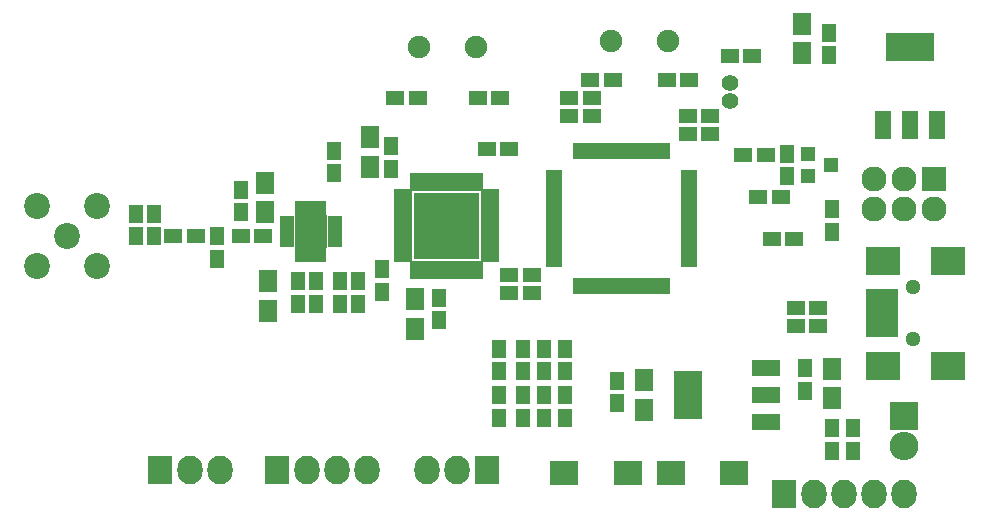
<source format=gbr>
G04 #@! TF.FileFunction,Soldermask,Top*
%FSLAX46Y46*%
G04 Gerber Fmt 4.6, Leading zero omitted, Abs format (unit mm)*
G04 Created by KiCad (PCBNEW 4.0.4-stable) date 11/24/16 17:28:53*
%MOMM*%
%LPD*%
G01*
G04 APERTURE LIST*
%ADD10C,0.150000*%
%ADD11R,1.150000X1.600000*%
%ADD12R,0.650000X1.400000*%
%ADD13R,1.400000X0.650000*%
%ADD14R,2.432000X4.057600*%
%ADD15R,2.432000X1.416000*%
%ADD16R,1.600000X1.150000*%
%ADD17R,2.701240X0.900380*%
%ADD18R,2.899360X2.398980*%
%ADD19C,1.299160*%
%ADD20R,1.200000X0.750000*%
%ADD21R,0.750000X1.200000*%
%ADD22R,1.650000X1.650000*%
%ADD23C,2.198320*%
%ADD24C,2.195780*%
%ADD25R,2.127200X2.127200*%
%ADD26O,2.127200X2.127200*%
%ADD27R,2.400000X2.000000*%
%ADD28R,4.057600X2.432000*%
%ADD29R,1.416000X2.432000*%
%ADD30C,1.400760*%
%ADD31R,1.200100X1.200100*%
%ADD32R,1.650000X1.900000*%
%ADD33R,2.432000X2.432000*%
%ADD34O,2.432000X2.432000*%
%ADD35R,2.127200X2.432000*%
%ADD36O,2.127200X2.432000*%
%ADD37C,1.901140*%
%ADD38R,1.600000X0.650000*%
%ADD39R,0.650000X1.600000*%
%ADD40R,1.687500X1.687500*%
G04 APERTURE END LIST*
D10*
D11*
X123698000Y-99182000D03*
X123698000Y-97282000D03*
D12*
X161738000Y-90058000D03*
X161238000Y-90058000D03*
X160738000Y-90058000D03*
X160238000Y-90058000D03*
X159738000Y-90058000D03*
X159238000Y-90058000D03*
X158738000Y-90058000D03*
X158238000Y-90058000D03*
X157738000Y-90058000D03*
X157238000Y-90058000D03*
X156738000Y-90058000D03*
X156238000Y-90058000D03*
X155738000Y-90058000D03*
X155238000Y-90058000D03*
X154738000Y-90058000D03*
X154238000Y-90058000D03*
D13*
X152288000Y-92008000D03*
X152288000Y-92508000D03*
X152288000Y-93008000D03*
X152288000Y-93508000D03*
X152288000Y-94008000D03*
X152288000Y-94508000D03*
X152288000Y-95008000D03*
X152288000Y-95508000D03*
X152288000Y-96008000D03*
X152288000Y-96508000D03*
X152288000Y-97008000D03*
X152288000Y-97508000D03*
X152288000Y-98008000D03*
X152288000Y-98508000D03*
X152288000Y-99008000D03*
X152288000Y-99508000D03*
D12*
X154238000Y-101458000D03*
X154738000Y-101458000D03*
X155238000Y-101458000D03*
X155738000Y-101458000D03*
X156238000Y-101458000D03*
X156738000Y-101458000D03*
X157238000Y-101458000D03*
X157738000Y-101458000D03*
X158238000Y-101458000D03*
X158738000Y-101458000D03*
X159238000Y-101458000D03*
X159738000Y-101458000D03*
X160238000Y-101458000D03*
X160738000Y-101458000D03*
X161238000Y-101458000D03*
X161738000Y-101458000D03*
D13*
X163688000Y-99508000D03*
X163688000Y-99008000D03*
X163688000Y-98508000D03*
X163688000Y-98008000D03*
X163688000Y-97508000D03*
X163688000Y-97008000D03*
X163688000Y-96508000D03*
X163688000Y-96008000D03*
X163688000Y-95508000D03*
X163688000Y-95008000D03*
X163688000Y-94508000D03*
X163688000Y-94008000D03*
X163688000Y-93508000D03*
X163688000Y-93008000D03*
X163688000Y-92508000D03*
X163688000Y-92008000D03*
D14*
X163576000Y-110744000D03*
D15*
X170180000Y-110744000D03*
X170180000Y-108458000D03*
X170180000Y-113030000D03*
D16*
X170180000Y-90424000D03*
X168280000Y-90424000D03*
D17*
X180027580Y-105399840D03*
X180027580Y-104599740D03*
X180027580Y-103799640D03*
X180027580Y-102999540D03*
X180027580Y-102199440D03*
D18*
X180126640Y-108249720D03*
X185625740Y-108249720D03*
X180126640Y-99349560D03*
X185625740Y-99349560D03*
D19*
X182626000Y-105999280D03*
X182626000Y-101600000D03*
D20*
X133689000Y-97886000D03*
X133689000Y-97236000D03*
X133689000Y-96586000D03*
X133689000Y-95936000D03*
D21*
X132664000Y-94911000D03*
X132014000Y-94911000D03*
X131364000Y-94911000D03*
X130714000Y-94911000D03*
D20*
X129689000Y-95936000D03*
X129689000Y-96586000D03*
X129689000Y-97236000D03*
X129689000Y-97886000D03*
D21*
X130714000Y-98911000D03*
X131364000Y-98911000D03*
X132014000Y-98911000D03*
X132664000Y-98911000D03*
D22*
X131064000Y-96286000D03*
X131064000Y-97536000D03*
X132314000Y-96286000D03*
X132314000Y-97536000D03*
D16*
X167132000Y-82042000D03*
X169032000Y-82042000D03*
D11*
X118364000Y-95382000D03*
X118364000Y-97282000D03*
X116840000Y-95382000D03*
X116840000Y-97282000D03*
D23*
X110998000Y-97282000D03*
D24*
X113538000Y-94742000D03*
X108458000Y-94742000D03*
X108458000Y-99822000D03*
X113538000Y-99822000D03*
D25*
X184404000Y-92456000D03*
D26*
X184404000Y-94996000D03*
X181864000Y-92456000D03*
X181864000Y-94996000D03*
X179324000Y-92456000D03*
X179324000Y-94996000D03*
D27*
X158496000Y-117348000D03*
X153096000Y-117348000D03*
D28*
X182372000Y-81280000D03*
D29*
X182372000Y-87884000D03*
X184658000Y-87884000D03*
X180086000Y-87884000D03*
D30*
X167132000Y-84340700D03*
X167132000Y-85839300D03*
D11*
X125730000Y-93350000D03*
X125730000Y-95250000D03*
D16*
X127630000Y-97282000D03*
X125730000Y-97282000D03*
D11*
X130556000Y-101092000D03*
X130556000Y-102992000D03*
D16*
X161798000Y-84074000D03*
X163698000Y-84074000D03*
X157226000Y-84074000D03*
X155326000Y-84074000D03*
X165476000Y-87122000D03*
X163576000Y-87122000D03*
X155448000Y-87122000D03*
X153548000Y-87122000D03*
D11*
X134112000Y-101092000D03*
X134112000Y-102992000D03*
X135636000Y-101092000D03*
X135636000Y-102992000D03*
X138430000Y-91562000D03*
X138430000Y-89662000D03*
X137668000Y-100076000D03*
X137668000Y-101976000D03*
X142494000Y-102494000D03*
X142494000Y-104394000D03*
D16*
X140716000Y-85598000D03*
X138816000Y-85598000D03*
X145796000Y-85598000D03*
X147696000Y-85598000D03*
D11*
X175514000Y-81976000D03*
X175514000Y-80076000D03*
X157642808Y-111428914D03*
X157642808Y-109528914D03*
X173482000Y-110358000D03*
X173482000Y-108458000D03*
X153162000Y-112644000D03*
X153162000Y-110744000D03*
X151384000Y-112644000D03*
X151384000Y-110744000D03*
X149606000Y-112644000D03*
X149606000Y-110744000D03*
X147574000Y-112644000D03*
X147574000Y-110744000D03*
D16*
X120020000Y-97282000D03*
X121920000Y-97282000D03*
D11*
X153162000Y-106812000D03*
X153162000Y-108712000D03*
D16*
X171450000Y-93980000D03*
X169550000Y-93980000D03*
D11*
X151384000Y-106812000D03*
X151384000Y-108712000D03*
X149606000Y-106812000D03*
X149606000Y-108712000D03*
X147574000Y-106812000D03*
X147574000Y-108712000D03*
D16*
X170688000Y-97536000D03*
X172588000Y-97536000D03*
X153548000Y-85598000D03*
X155448000Y-85598000D03*
D11*
X132080000Y-101092000D03*
X132080000Y-102992000D03*
X133604000Y-91948000D03*
X133604000Y-90048000D03*
D16*
X163576000Y-88646000D03*
X165476000Y-88646000D03*
X146558000Y-89916000D03*
X148458000Y-89916000D03*
X148468000Y-100584000D03*
X150368000Y-100584000D03*
X150368000Y-102108000D03*
X148468000Y-102108000D03*
D11*
X177546000Y-113538000D03*
X177546000Y-115438000D03*
X171958000Y-90302000D03*
X171958000Y-92202000D03*
D31*
X173736000Y-90302000D03*
X173736000Y-92202000D03*
X175734980Y-91252000D03*
D32*
X127762000Y-92750000D03*
X127762000Y-95250000D03*
X128016000Y-101092000D03*
X128016000Y-103592000D03*
X136652000Y-91420000D03*
X136652000Y-88920000D03*
D16*
X172720000Y-104902000D03*
X174620000Y-104902000D03*
X172720000Y-103378000D03*
X174620000Y-103378000D03*
D32*
X140462000Y-102616000D03*
X140462000Y-105116000D03*
X159928808Y-111974000D03*
X159928808Y-109474000D03*
X175768000Y-110998000D03*
X175768000Y-108498000D03*
D11*
X175768000Y-113538000D03*
X175768000Y-115438000D03*
X175768000Y-96896000D03*
X175768000Y-94996000D03*
D32*
X173228000Y-81788000D03*
X173228000Y-79288000D03*
D33*
X181864000Y-112522000D03*
D34*
X181864000Y-115062000D03*
D35*
X171704000Y-119126000D03*
D36*
X174244000Y-119126000D03*
X176784000Y-119126000D03*
X179324000Y-119126000D03*
X181864000Y-119126000D03*
D37*
X157071060Y-80772000D03*
X161952940Y-80772000D03*
X140815060Y-81280000D03*
X145696940Y-81280000D03*
D35*
X118872000Y-117094000D03*
D36*
X121412000Y-117094000D03*
X123952000Y-117094000D03*
D35*
X128778000Y-117094000D03*
D36*
X131318000Y-117094000D03*
X133858000Y-117094000D03*
X136398000Y-117094000D03*
D35*
X146558000Y-117094000D03*
D36*
X144018000Y-117094000D03*
X141478000Y-117094000D03*
D27*
X167546000Y-117348000D03*
X162146000Y-117348000D03*
D38*
X139455250Y-93651750D03*
X139455250Y-94151750D03*
X139455250Y-94651750D03*
X139455250Y-95151750D03*
X139455250Y-95651750D03*
X139455250Y-96151750D03*
X139455250Y-96651750D03*
X139455250Y-97151750D03*
X139455250Y-97651750D03*
X139455250Y-98151750D03*
X139455250Y-98651750D03*
X139455250Y-99151750D03*
D39*
X140405250Y-100101750D03*
X140905250Y-100101750D03*
X141405250Y-100101750D03*
X141905250Y-100101750D03*
X142405250Y-100101750D03*
X142905250Y-100101750D03*
X143405250Y-100101750D03*
X143905250Y-100101750D03*
X144405250Y-100101750D03*
X144905250Y-100101750D03*
X145405250Y-100101750D03*
X145905250Y-100101750D03*
D38*
X146855250Y-99151750D03*
X146855250Y-98651750D03*
X146855250Y-98151750D03*
X146855250Y-97651750D03*
X146855250Y-97151750D03*
X146855250Y-96651750D03*
X146855250Y-96151750D03*
X146855250Y-95651750D03*
X146855250Y-95151750D03*
X146855250Y-94651750D03*
X146855250Y-94151750D03*
X146855250Y-93651750D03*
D39*
X145905250Y-92701750D03*
X145405250Y-92701750D03*
X144905250Y-92701750D03*
X144405250Y-92701750D03*
X143905250Y-92701750D03*
X143405250Y-92701750D03*
X142905250Y-92701750D03*
X142405250Y-92701750D03*
X141905250Y-92701750D03*
X141405250Y-92701750D03*
X140905250Y-92701750D03*
X140405250Y-92701750D03*
D40*
X145086500Y-98333000D03*
X145086500Y-97045500D03*
X145086500Y-95758000D03*
X145086500Y-94470500D03*
X143799000Y-98333000D03*
X143799000Y-97045500D03*
X143799000Y-95758000D03*
X143799000Y-94470500D03*
X142511500Y-98333000D03*
X142511500Y-97045500D03*
X142511500Y-95758000D03*
X142511500Y-94470500D03*
X141224000Y-98333000D03*
X141224000Y-97045500D03*
X141224000Y-95758000D03*
X141224000Y-94470500D03*
M02*

</source>
